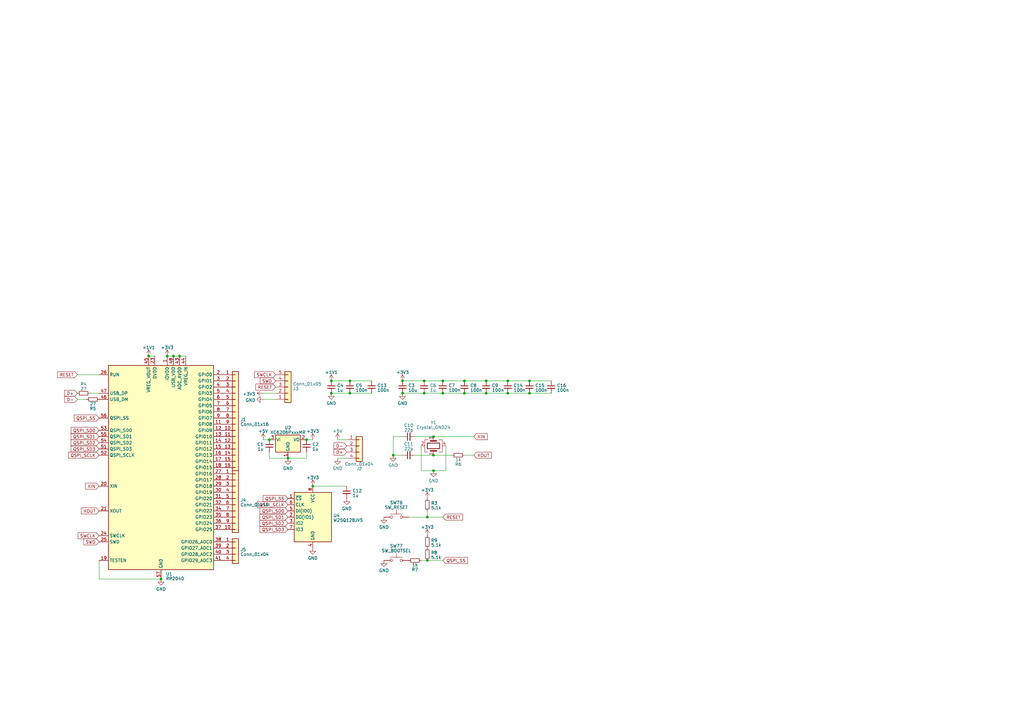
<source format=kicad_sch>
(kicad_sch (version 20230121) (generator eeschema)
  (paper "A3")
  (lib_symbols
    (symbol "Connector_Generic:Conn_01x04" (pin_names (offset 1.016) hide)
      (property "Reference" "J" (at 0 5.08 0))
      (property "Value" "Conn_01x04" (at 0 -7.62 0))
      (symbol "Conn_01x04_1_1"
        (rectangle (start -1.27 -4.953) (end 0 -5.207) (stroke (width 0.1524)))
        (rectangle (start -1.27 -2.413) (end 0 -2.667) (stroke (width 0.1524)))
        (rectangle (start -1.27 0.127) (end 0 -0.127) (stroke (width 0.1524)))
        (rectangle (start -1.27 2.667) (end 0 2.413) (stroke (width 0.1524)))
        (rectangle (start -1.27 3.81) (end 1.27 -6.35) (stroke (width 0.254)) (fill (type background)))
        (pin passive line (at -5.08 2.54 0) (length 3.81) (name "Pin_1") (number "1"))
        (pin passive line (at -5.08 0 0) (length 3.81) (name "Pin_2") (number "2"))
        (pin passive line (at -5.08 -2.54 0) (length 3.81) (name "Pin_3") (number "3"))
        (pin passive line (at -5.08 -5.08 0) (length 3.81) (name "Pin_4") (number "4"))
      )
    )
    (symbol "Connector_Generic:Conn_01x05" (pin_names (offset 1.016) hide)
      (property "Reference" "J" (at 0 7.62 0))
      (property "Value" "Conn_01x05" (at 0 -7.62 0))
      (symbol "Conn_01x05_1_1"
        (rectangle (start -1.27 -4.953) (end 0 -5.207) (stroke (width 0.1524)))
        (rectangle (start -1.27 -2.413) (end 0 -2.667) (stroke (width 0.1524)))
        (rectangle (start -1.27 0.127) (end 0 -0.127) (stroke (width 0.1524)))
        (rectangle (start -1.27 2.667) (end 0 2.413) (stroke (width 0.1524)))
        (rectangle (start -1.27 5.207) (end 0 4.953) (stroke (width 0.1524)))
        (rectangle (start -1.27 6.35) (end 1.27 -6.35) (stroke (width 0.254)) (fill (type background)))
        (pin passive line (at -5.08 5.08 0) (length 3.81) (name "Pin_1") (number "1"))
        (pin passive line (at -5.08 2.54 0) (length 3.81) (name "Pin_2") (number "2"))
        (pin passive line (at -5.08 0 0) (length 3.81) (name "Pin_3") (number "3"))
        (pin passive line (at -5.08 -2.54 0) (length 3.81) (name "Pin_4") (number "4"))
        (pin passive line (at -5.08 -5.08 0) (length 3.81) (name "Pin_5") (number "5"))
      )
    )
    (symbol "Connector_Generic:Conn_01x10" (pin_names (offset 1.016) hide)
      (property "Reference" "J" (at 0 12.7 0))
      (property "Value" "Conn_01x10" (at 0 -15.24 0))
      (symbol "Conn_01x10_1_1"
        (rectangle (start -1.27 -12.573) (end 0 -12.827) (stroke (width 0.1524)))
        (rectangle (start -1.27 -10.033) (end 0 -10.287) (stroke (width 0.1524)))
        (rectangle (start -1.27 -7.493) (end 0 -7.747) (stroke (width 0.1524)))
        (rectangle (start -1.27 -4.953) (end 0 -5.207) (stroke (width 0.1524)))
        (rectangle (start -1.27 -2.413) (end 0 -2.667) (stroke (width 0.1524)))
        (rectangle (start -1.27 0.127) (end 0 -0.127) (stroke (width 0.1524)))
        (rectangle (start -1.27 2.667) (end 0 2.413) (stroke (width 0.1524)))
        (rectangle (start -1.27 5.207) (end 0 4.953) (stroke (width 0.1524)))
        (rectangle (start -1.27 7.747) (end 0 7.493) (stroke (width 0.1524)))
        (rectangle (start -1.27 10.287) (end 0 10.033) (stroke (width 0.1524)))
        (rectangle (start -1.27 11.43) (end 1.27 -13.97) (stroke (width 0.254)) (fill (type background)))
        (pin passive line (at -5.08 10.16 0) (length 3.81) (name "Pin_1") (number "1"))
        (pin passive line (at -5.08 -12.7 0) (length 3.81) (name "Pin_10") (number "10"))
        (pin passive line (at -5.08 7.62 0) (length 3.81) (name "Pin_2") (number "2"))
        (pin passive line (at -5.08 5.08 0) (length 3.81) (name "Pin_3") (number "3"))
        (pin passive line (at -5.08 2.54 0) (length 3.81) (name "Pin_4") (number "4"))
        (pin passive line (at -5.08 0 0) (length 3.81) (name "Pin_5") (number "5"))
        (pin passive line (at -5.08 -2.54 0) (length 3.81) (name "Pin_6") (number "6"))
        (pin passive line (at -5.08 -5.08 0) (length 3.81) (name "Pin_7") (number "7"))
        (pin passive line (at -5.08 -7.62 0) (length 3.81) (name "Pin_8") (number "8"))
        (pin passive line (at -5.08 -10.16 0) (length 3.81) (name "Pin_9") (number "9"))
      )
    )
    (symbol "Connector_Generic:Conn_01x16" (pin_names (offset 1.016) hide)
      (property "Reference" "J" (at 0 20.32 0))
      (property "Value" "Conn_01x16" (at 0 -22.86 0))
      (symbol "Conn_01x16_1_1"
        (rectangle (start -1.27 -20.193) (end 0 -20.447) (stroke (width 0.1524)))
        (rectangle (start -1.27 -17.653) (end 0 -17.907) (stroke (width 0.1524)))
        (rectangle (start -1.27 -15.113) (end 0 -15.367) (stroke (width 0.1524)))
        (rectangle (start -1.27 -12.573) (end 0 -12.827) (stroke (width 0.1524)))
        (rectangle (start -1.27 -10.033) (end 0 -10.287) (stroke (width 0.1524)))
        (rectangle (start -1.27 -7.493) (end 0 -7.747) (stroke (width 0.1524)))
        (rectangle (start -1.27 -4.953) (end 0 -5.207) (stroke (width 0.1524)))
        (rectangle (start -1.27 -2.413) (end 0 -2.667) (stroke (width 0.1524)))
        (rectangle (start -1.27 0.127) (end 0 -0.127) (stroke (width 0.1524)))
        (rectangle (start -1.27 2.667) (end 0 2.413) (stroke (width 0.1524)))
        (rectangle (start -1.27 5.207) (end 0 4.953) (stroke (width 0.1524)))
        (rectangle (start -1.27 7.747) (end 0 7.493) (stroke (width 0.1524)))
        (rectangle (start -1.27 10.287) (end 0 10.033) (stroke (width 0.1524)))
        (rectangle (start -1.27 12.827) (end 0 12.573) (stroke (width 0.1524)))
        (rectangle (start -1.27 15.367) (end 0 15.113) (stroke (width 0.1524)))
        (rectangle (start -1.27 17.907) (end 0 17.653) (stroke (width 0.1524)))
        (rectangle (start -1.27 19.05) (end 1.27 -21.59) (stroke (width 0.254)) (fill (type background)))
        (pin passive line (at -5.08 17.78 0) (length 3.81) (name "Pin_1") (number "1"))
        (pin passive line (at -5.08 -5.08 0) (length 3.81) (name "Pin_10") (number "10"))
        (pin passive line (at -5.08 -7.62 0) (length 3.81) (name "Pin_11") (number "11"))
        (pin passive line (at -5.08 -10.16 0) (length 3.81) (name "Pin_12") (number "12"))
        (pin passive line (at -5.08 -12.7 0) (length 3.81) (name "Pin_13") (number "13"))
        (pin passive line (at -5.08 -15.24 0) (length 3.81) (name "Pin_14") (number "14"))
        (pin passive line (at -5.08 -17.78 0) (length 3.81) (name "Pin_15") (number "15"))
        (pin passive line (at -5.08 -20.32 0) (length 3.81) (name "Pin_16") (number "16"))
        (pin passive line (at -5.08 15.24 0) (length 3.81) (name "Pin_2") (number "2"))
        (pin passive line (at -5.08 12.7 0) (length 3.81) (name "Pin_3") (number "3"))
        (pin passive line (at -5.08 10.16 0) (length 3.81) (name "Pin_4") (number "4"))
        (pin passive line (at -5.08 7.62 0) (length 3.81) (name "Pin_5") (number "5"))
        (pin passive line (at -5.08 5.08 0) (length 3.81) (name "Pin_6") (number "6"))
        (pin passive line (at -5.08 2.54 0) (length 3.81) (name "Pin_7") (number "7"))
        (pin passive line (at -5.08 0 0) (length 3.81) (name "Pin_8") (number "8"))
        (pin passive line (at -5.08 -2.54 0) (length 3.81) (name "Pin_9") (number "9"))
      )
    )
    (symbol "Device:C_Small" (pin_numbers hide) (pin_names (offset 0.254) hide)
      (property "Reference" "C" (at 0.254 1.778 0))
      (property "Value" "C_Small" (at 0.254 -2.032 0))
      (symbol "C_Small_0_1"
        (polyline (pts (xy -1.524 -0.508) (xy 1.524 -0.508)) (stroke (width 0.3302)))
        (polyline (pts (xy -1.524 0.508) (xy 1.524 0.508)) (stroke (width 0.3048)))
      )
      (symbol "C_Small_1_1"
        (pin passive line (at 0 2.54 270) (length 2.032) (name "~") (number "1"))
        (pin passive line (at 0 -2.54 90) (length 2.032) (name "~") (number "2"))
      )
    )
    (symbol "Device:Crystal_GND24" (pin_names (offset 1.016) hide)
      (property "Reference" "Y" (at 3.175 5.08 0))
      (property "Value" "Crystal_GND24" (at 3.175 3.175 0))
      (symbol "Crystal_GND24_0_1"
        (rectangle (start -1.143 2.54) (end 1.143 -2.54) (stroke (width 0.3048)))
        (polyline (pts (xy -2.54 0) (xy -2.032 0)))
        (polyline (pts (xy -2.032 -1.27) (xy -2.032 1.27)) (stroke (width 0.508)))
        (polyline (pts (xy 0 -3.81) (xy 0 -3.556)))
        (polyline (pts (xy 0 3.556) (xy 0 3.81)))
        (polyline (pts (xy 2.032 -1.27) (xy 2.032 1.27)) (stroke (width 0.508)))
        (polyline (pts (xy 2.032 0) (xy 2.54 0)))
        (polyline (pts (xy -2.54 -2.286) (xy -2.54 -3.556) (xy 2.54 -3.556) (xy 2.54 -2.286)))
        (polyline (pts (xy -2.54 2.286) (xy -2.54 3.556) (xy 2.54 3.556) (xy 2.54 2.286)))
      )
      (symbol "Crystal_GND24_1_1"
        (pin passive line (at -3.81 0 0) (length 1.27) (name "1") (number "1"))
        (pin passive line (at 0 5.08 270) (length 1.27) (name "2") (number "2"))
        (pin passive line (at 3.81 0 180) (length 1.27) (name "3") (number "3"))
        (pin passive line (at 0 -5.08 90) (length 1.27) (name "4") (number "4"))
      )
    )
    (symbol "Device:R_Small" (pin_numbers hide) (pin_names (offset 0.254) hide)
      (property "Reference" "R" (at 0.762 0.508 0))
      (property "Value" "R_Small" (at 0.762 -1.016 0))
      (symbol "R_Small_0_1"
        (rectangle (start -0.762 1.778) (end 0.762 -1.778) (stroke (width 0.2032)))
      )
      (symbol "R_Small_1_1"
        (pin passive line (at 0 2.54 270) (length 0.762) (name "~") (number "1"))
        (pin passive line (at 0 -2.54 90) (length 0.762) (name "~") (number "2"))
      )
    )
    (symbol "MCU_RaspberryPi:RP2040"
      (property "Reference" "U" (at 17.78 45.72 0))
      (property "Value" "RP2040" (at 17.78 43.18 0))
      (symbol "RP2040_0_1"
        (rectangle (start -21.59 41.91) (end 21.59 -41.91) (stroke (width 0.254)) (fill (type background)))
      )
      (symbol "RP2040_1_1"
        (pin power_in line (at 2.54 45.72 270) (length 3.81) (name "IOVDD") (number "1"))
        (pin passive line (at 2.54 45.72 270) (length 3.81) hide (name "IOVDD") (number "10"))
        (pin bidirectional line (at 25.4 17.78 180) (length 3.81) (name "GPIO8") (number "11"))
        (pin bidirectional line (at 25.4 15.24 180) (length 3.81) (name "GPIO9") (number "12"))
        (pin bidirectional line (at 25.4 12.7 180) (length 3.81) (name "GPIO10") (number "13"))
        (pin bidirectional line (at 25.4 10.16 180) (length 3.81) (name "GPIO11") (number "14"))
        (pin bidirectional line (at 25.4 7.62 180) (length 3.81) (name "GPIO12") (number "15"))
        (pin bidirectional line (at 25.4 5.08 180) (length 3.81) (name "GPIO13") (number "16"))
        (pin bidirectional line (at 25.4 2.54 180) (length 3.81) (name "GPIO14") (number "17"))
        (pin bidirectional line (at 25.4 0 180) (length 3.81) (name "GPIO15") (number "18"))
        (pin input line (at -25.4 -38.1 0) (length 3.81) (name "TESTEN") (number "19"))
        (pin bidirectional line (at 25.4 38.1 180) (length 3.81) (name "GPIO0") (number "2"))
        (pin input line (at -25.4 -7.62 0) (length 3.81) (name "XIN") (number "20"))
        (pin passive line (at -25.4 -17.78 0) (length 3.81) (name "XOUT") (number "21"))
        (pin passive line (at 2.54 45.72 270) (length 3.81) hide (name "IOVDD") (number "22"))
        (pin power_in line (at -2.54 45.72 270) (length 3.81) (name "DVDD") (number "23"))
        (pin input line (at -25.4 -27.94 0) (length 3.81) (name "SWCLK") (number "24"))
        (pin bidirectional line (at -25.4 -30.48 0) (length 3.81) (name "SWD") (number "25"))
        (pin input line (at -25.4 38.1 0) (length 3.81) (name "RUN") (number "26"))
        (pin bidirectional line (at 25.4 -2.54 180) (length 3.81) (name "GPIO16") (number "27"))
        (pin bidirectional line (at 25.4 -5.08 180) (length 3.81) (name "GPIO17") (number "28"))
        (pin bidirectional line (at 25.4 -7.62 180) (length 3.81) (name "GPIO18") (number "29"))
        (pin bidirectional line (at 25.4 35.56 180) (length 3.81) (name "GPIO1") (number "3"))
        (pin bidirectional line (at 25.4 -10.16 180) (length 3.81) (name "GPIO19") (number "30"))
        (pin bidirectional line (at 25.4 -12.7 180) (length 3.81) (name "GPIO20") (number "31"))
        (pin bidirectional line (at 25.4 -15.24 180) (length 3.81) (name "GPIO21") (number "32"))
        (pin passive line (at 2.54 45.72 270) (length 3.81) hide (name "IOVDD") (number "33"))
        (pin bidirectional line (at 25.4 -17.78 180) (length 3.81) (name "GPIO22") (number "34"))
        (pin bidirectional line (at 25.4 -20.32 180) (length 3.81) (name "GPIO23") (number "35"))
        (pin bidirectional line (at 25.4 -22.86 180) (length 3.81) (name "GPIO24") (number "36"))
        (pin bidirectional line (at 25.4 -25.4 180) (length 3.81) (name "GPIO25") (number "37"))
        (pin bidirectional line (at 25.4 -30.48 180) (length 3.81) (name "GPIO26_ADC0") (number "38"))
        (pin bidirectional line (at 25.4 -33.02 180) (length 3.81) (name "GPIO27_ADC1") (number "39"))
        (pin bidirectional line (at 25.4 33.02 180) (length 3.81) (name "GPIO2") (number "4"))
        (pin bidirectional line (at 25.4 -35.56 180) (length 3.81) (name "GPIO28_ADC2") (number "40"))
        (pin bidirectional line (at 25.4 -38.1 180) (length 3.81) (name "GPIO29_ADC3") (number "41"))
        (pin passive line (at 2.54 45.72 270) (length 3.81) hide (name "IOVDD") (number "42"))
        (pin power_in line (at 7.62 45.72 270) (length 3.81) (name "ADC_AVDD") (number "43"))
        (pin power_in line (at 10.16 45.72 270) (length 3.81) (name "VREG_IN") (number "44"))
        (pin power_out line (at -5.08 45.72 270) (length 3.81) (name "VREG_VOUT") (number "45"))
        (pin bidirectional line (at -25.4 27.94 0) (length 3.81) (name "USB_DM") (number "46"))
        (pin bidirectional line (at -25.4 30.48 0) (length 3.81) (name "USB_DP") (number "47"))
        (pin power_in line (at 5.08 45.72 270) (length 3.81) (name "USB_VDD") (number "48"))
        (pin passive line (at 2.54 45.72 270) (length 3.81) hide (name "IOVDD") (number "49"))
        (pin bidirectional line (at 25.4 30.48 180) (length 3.81) (name "GPIO3") (number "5"))
        (pin passive line (at -2.54 45.72 270) (length 3.81) hide (name "DVDD") (number "50"))
        (pin bidirectional line (at -25.4 7.62 0) (length 3.81) (name "QSPI_SD3") (number "51"))
        (pin output line (at -25.4 5.08 0) (length 3.81) (name "QSPI_SCLK") (number "52"))
        (pin bidirectional line (at -25.4 15.24 0) (length 3.81) (name "QSPI_SD0") (number "53"))
        (pin bidirectional line (at -25.4 10.16 0) (length 3.81) (name "QSPI_SD2") (number "54"))
        (pin bidirectional line (at -25.4 12.7 0) (length 3.81) (name "QSPI_SD1") (number "55"))
        (pin bidirectional line (at -25.4 20.32 0) (length 3.81) (name "QSPI_SS") (number "56"))
        (pin power_in line (at 0 -45.72 90) (length 3.81) (name "GND") (number "57"))
        (pin bidirectional line (at 25.4 27.94 180) (length 3.81) (name "GPIO4") (number "6"))
        (pin bidirectional line (at 25.4 25.4 180) (length 3.81) (name "GPIO5") (number "7"))
        (pin bidirectional line (at 25.4 22.86 180) (length 3.81) (name "GPIO6") (number "8"))
        (pin bidirectional line (at 25.4 20.32 180) (length 3.81) (name "GPIO7") (number "9"))
      )
    )
    (symbol "Memory_Flash:W25Q128JVS"
      (property "Reference" "U" (at -8.89 8.89 0))
      (property "Value" "W25Q128JVS" (at 7.62 8.89 0))
      (symbol "W25Q128JVS_0_1"
        (rectangle (start -7.62 10.16) (end 7.62 -10.16) (stroke (width 0.254)) (fill (type background)))
      )
      (symbol "W25Q128JVS_1_1"
        (pin input line (at -10.16 7.62 0) (length 2.54) (name "~{CS}") (number "1"))
        (pin bidirectional line (at -10.16 0 0) (length 2.54) (name "DO(IO1)") (number "2"))
        (pin bidirectional line (at -10.16 -2.54 0) (length 2.54) (name "IO2") (number "3"))
        (pin power_in line (at 0 -12.7 90) (length 2.54) (name "GND") (number "4"))
        (pin bidirectional line (at -10.16 2.54 0) (length 2.54) (name "DI(IO0)") (number "5"))
        (pin input line (at -10.16 5.08 0) (length 2.54) (name "CLK") (number "6"))
        (pin bidirectional line (at -10.16 -5.08 0) (length 2.54) (name "IO3") (number "7"))
        (pin power_in line (at 0 12.7 270) (length 2.54) (name "VCC") (number "8"))
      )
    )
    (symbol "Regulator_Linear:XC6206PxxxMR" (pin_names (offset 0.254))
      (property "Reference" "U" (at -3.81 3.175 0))
      (property "Value" "XC6206PxxxMR" (at 0 3.175 0))
      (symbol "XC6206PxxxMR_0_1"
        (rectangle (start -5.08 1.905) (end 5.08 -5.08) (stroke (width 0.254)) (fill (type background)))
      )
      (symbol "XC6206PxxxMR_1_1"
        (pin power_in line (at 0 -7.62 90) (length 2.54) (name "GND") (number "1"))
        (pin power_out line (at 7.62 0 180) (length 2.54) (name "VO") (number "2"))
        (pin power_in line (at -7.62 0 0) (length 2.54) (name "VI") (number "3"))
      )
    )
    (symbol "Switch:SW_Push" (pin_numbers hide) (pin_names (offset 1.016) hide)
      (property "Reference" "SW" (at 1.27 2.54 0))
      (property "Value" "SW_Push" (at 0 -1.524 0))
      (symbol "SW_Push_0_1"
        (circle (center -2.032 0) (radius 0.508))
        (polyline (pts (xy 0 1.27) (xy 0 3.048)))
        (polyline (pts (xy 2.54 1.27) (xy -2.54 1.27)))
        (circle (center 2.032 0) (radius 0.508))
        (pin passive line (at -5.08 0 0) (length 2.54) (name "1") (number "1"))
        (pin passive line (at 5.08 0 180) (length 2.54) (name "2") (number "2"))
      )
    )
    (symbol "power:+1V1" (power) (pin_names (offset 0))
      (property "Value" "+1V1" (at 0 3.556 0))
      (symbol "+1V1_0_1"
        (polyline (pts (xy -0.762 1.27) (xy 0 2.54)))
        (polyline (pts (xy 0 0) (xy 0 2.54)))
        (polyline (pts (xy 0 2.54) (xy 0.762 1.27)))
      )
      (symbol "+1V1_1_1"
        (pin power_in line (at 0 0 90) (length 0) hide (name "+1V1") (number "1"))
      )
    )
    (symbol "power:+3V3" (power) (pin_names (offset 0))
      (property "Value" "+3V3" (at 0 3.556 0))
      (symbol "+3V3_0_1"
        (polyline (pts (xy -0.762 1.27) (xy 0 2.54)))
        (polyline (pts (xy 0 0) (xy 0 2.54)))
        (polyline (pts (xy 0 2.54) (xy 0.762 1.27)))
      )
      (symbol "+3V3_1_1"
        (pin power_in line (at 0 0 90) (length 0) hide (name "+3V3") (number "1"))
      )
    )
    (symbol "power:+5V" (power) (pin_names (offset 0))
      (property "Value" "+5V" (at 0 3.556 0))
      (symbol "+5V_0_1"
        (polyline (pts (xy -0.762 1.27) (xy 0 2.54)))
        (polyline (pts (xy 0 0) (xy 0 2.54)))
        (polyline (pts (xy 0 2.54) (xy 0.762 1.27)))
      )
      (symbol "+5V_1_1"
        (pin power_in line (at 0 0 90) (length 0) hide (name "+5V") (number "1"))
      )
    )
    (symbol "power:GND" (power) (pin_names (offset 0))
      (property "Value" "GND" (at 0 -3.81 0))
      (symbol "GND_0_1"
        (polyline (pts (xy 0 0) (xy 0 -1.27) (xy 1.27 -1.27) (xy 0 -2.54) (xy -1.27 -1.27) (xy 0 -1.27)))
      )
      (symbol "GND_1_1"
        (pin power_in line (at 0 0 270) (length 0) hide (name "GND") (number "1"))
      )
    )
  )
  (junction (at 177.8 179.07))
  (junction (at 199.39 156.21))
  (junction (at 73.66 146.05))
  (junction (at 175.26 229.87))
  (junction (at 165.1 161.29))
  (junction (at 177.8 193.04))
  (junction (at 208.28 161.29))
  (junction (at 190.5 156.21))
  (junction (at 135.89 156.21))
  (junction (at 181.61 156.21))
  (junction (at 66.04 237.49))
  (junction (at 135.89 161.29))
  (junction (at 128.27 199.39))
  (junction (at 71.12 146.05))
  (junction (at 175.26 212.09))
  (junction (at 181.61 161.29))
  (junction (at 143.51 156.21))
  (junction (at 161.29 186.69))
  (junction (at 208.28 156.21))
  (junction (at 110.49 180.34))
  (junction (at 199.39 161.29))
  (junction (at 118.11 187.96))
  (junction (at 143.51 161.29))
  (junction (at 68.58 146.05))
  (junction (at 60.96 146.05))
  (junction (at 173.99 156.21))
  (junction (at 173.99 161.29))
  (junction (at 217.17 161.29))
  (junction (at 177.8 186.69))
  (junction (at 165.1 156.21))
  (junction (at 217.17 156.21))
  (junction (at 190.5 161.29))
  (junction (at 125.73 180.34))
  (wire (pts (xy 138.43 180.34) (xy 142.24 180.34)))
  (wire (pts (xy 181.61 212.09) (xy 175.26 212.09)))
  (wire (pts (xy 182.88 182.88) (xy 182.88 193.04)))
  (wire (pts (xy 199.39 156.21) (xy 208.28 156.21)))
  (wire (pts (xy 31.75 163.83) (xy 35.56 163.83)))
  (wire (pts (xy 194.31 186.69) (xy 190.5 186.69)))
  (wire (pts (xy 173.99 156.21) (xy 181.61 156.21)))
  (wire (pts (xy 175.26 229.87) (xy 181.61 229.87)))
  (wire (pts (xy 143.51 156.21) (xy 152.4 156.21)))
  (wire (pts (xy 40.64 237.49) (xy 66.04 237.49)))
  (wire (pts (xy 177.8 186.69) (xy 185.42 186.69)))
  (wire (pts (xy 161.29 179.07) (xy 161.29 186.69)))
  (wire (pts (xy 177.8 193.04) (xy 182.88 193.04)))
  (wire (pts (xy 167.64 212.09) (xy 175.26 212.09)))
  (wire (pts (xy 181.61 156.21) (xy 190.5 156.21)))
  (wire (pts (xy 165.1 161.29) (xy 173.99 161.29)))
  (wire (pts (xy 36.83 161.29) (xy 40.64 161.29)))
  (wire (pts (xy 142.24 199.39) (xy 128.27 199.39)))
  (wire (pts (xy 181.61 161.29) (xy 190.5 161.29)))
  (wire (pts (xy 217.17 161.29) (xy 226.06 161.29)))
  (wire (pts (xy 161.29 179.07) (xy 165.1 179.07)))
  (wire (pts (xy 135.89 161.29) (xy 143.51 161.29)))
  (wire (pts (xy 170.18 179.07) (xy 177.8 179.07)))
  (wire (pts (xy 161.29 186.69) (xy 165.1 186.69)))
  (wire (pts (xy 170.18 186.69) (xy 177.8 186.69)))
  (wire (pts (xy 177.8 179.07) (xy 194.31 179.07)))
  (wire (pts (xy 125.73 180.34) (xy 128.27 180.34)))
  (wire (pts (xy 199.39 161.29) (xy 208.28 161.29)))
  (wire (pts (xy 190.5 161.29) (xy 199.39 161.29)))
  (wire (pts (xy 177.8 193.04) (xy 172.72 193.04)))
  (wire (pts (xy 173.99 161.29) (xy 181.61 161.29)))
  (wire (pts (xy 60.96 146.05) (xy 63.5 146.05)))
  (wire (pts (xy 71.12 146.05) (xy 73.66 146.05)))
  (wire (pts (xy 138.43 187.96) (xy 142.24 187.96)))
  (wire (pts (xy 190.5 156.21) (xy 199.39 156.21)))
  (wire (pts (xy 40.64 229.87) (xy 40.64 237.49)))
  (wire (pts (xy 172.72 193.04) (xy 172.72 182.88)))
  (wire (pts (xy 125.73 187.96) (xy 125.73 185.42)))
  (wire (pts (xy 175.26 229.87) (xy 172.72 229.87)))
  (wire (pts (xy 208.28 161.29) (xy 217.17 161.29)))
  (wire (pts (xy 107.95 161.29) (xy 113.03 161.29)))
  (wire (pts (xy 107.95 180.34) (xy 110.49 180.34)))
  (wire (pts (xy 143.51 161.29) (xy 152.4 161.29)))
  (wire (pts (xy 73.66 146.05) (xy 76.2 146.05)))
  (wire (pts (xy 110.49 187.96) (xy 118.11 187.96)))
  (wire (pts (xy 40.64 153.67) (xy 31.75 153.67)))
  (wire (pts (xy 208.28 156.21) (xy 217.17 156.21)))
  (wire (pts (xy 175.26 209.55) (xy 175.26 212.09)))
  (wire (pts (xy 165.1 156.21) (xy 173.99 156.21)))
  (wire (pts (xy 118.11 187.96) (xy 125.73 187.96)))
  (wire (pts (xy 110.49 185.42) (xy 110.49 187.96)))
  (wire (pts (xy 107.95 163.83) (xy 113.03 163.83)))
  (wire (pts (xy 135.89 156.21) (xy 143.51 156.21)))
  (wire (pts (xy 68.58 146.05) (xy 71.12 146.05)))
  (wire (pts (xy 217.17 156.21) (xy 226.06 156.21)))
  (global_label "D+" (shape input) (at 31.75 161.29 180) (property "Intersheetrefs" "${INTERSHEET_REFS}" (effects hide)))
  (global_label "D-" (shape input) (at 142.24 182.88 180) (property "Intersheetrefs" "${INTERSHEET_REFS}" (effects hide)))
  (global_label "D+" (shape input) (at 142.24 185.42 180) (property "Intersheetrefs" "${INTERSHEET_REFS}" (effects hide)))
  (global_label "QSPI_SD1" (shape input) (at 118.11 212.09 180) (property "Intersheetrefs" "${INTERSHEET_REFS}" (effects hide)))
  (global_label "QSPI_SCLK" (shape input) (at 118.11 207.01 180) (property "Intersheetrefs" "${INTERSHEET_REFS}" (effects hide)))
  (global_label "QSPI_SS" (shape input) (at 118.11 204.47 180) (property "Intersheetrefs" "${INTERSHEET_REFS}" (effects hide)))
  (global_label "XIN" (shape input) (at 40.64 199.39 180) (property "Intersheetrefs" "${INTERSHEET_REFS}" (effects hide)))
  (global_label "QSPI_SS" (shape input) (at 181.61 229.87 0) (property "Intersheetrefs" "${INTERSHEET_REFS}" (effects hide)))
  (global_label "SWD" (shape input) (at 113.03 156.21 180) (property "Intersheetrefs" "${INTERSHEET_REFS}" (effects hide)))
  (global_label "D-" (shape input) (at 31.75 163.83 180) (property "Intersheetrefs" "${INTERSHEET_REFS}" (effects hide)))
  (global_label "SWCLK" (shape input) (at 113.03 153.67 180) (property "Intersheetrefs" "${INTERSHEET_REFS}" (effects hide)))
  (global_label "XOUT" (shape input) (at 194.31 186.69 0) (property "Intersheetrefs" "${INTERSHEET_REFS}" (effects hide)))
  (global_label "RESET" (shape input) (at 113.03 158.75 180) (property "Intersheetrefs" "${INTERSHEET_REFS}" (effects hide)))
  (global_label "QSPI_SS" (shape input) (at 40.64 171.45 180) (property "Intersheetrefs" "${INTERSHEET_REFS}" (effects hide)))
  (global_label "QSPI_SCLK" (shape input) (at 40.64 186.69 180) (property "Intersheetrefs" "${INTERSHEET_REFS}" (effects hide)))
  (global_label "QSPI_SD2" (shape input) (at 118.11 214.63 180) (property "Intersheetrefs" "${INTERSHEET_REFS}" (effects hide)))
  (global_label "QSPI_SD0" (shape input) (at 40.64 176.53 180) (property "Intersheetrefs" "${INTERSHEET_REFS}" (effects hide)))
  (global_label "QSPI_SD3" (shape input) (at 40.64 184.15 180) (property "Intersheetrefs" "${INTERSHEET_REFS}" (effects hide)))
  (global_label "XIN" (shape input) (at 194.31 179.07 0) (property "Intersheetrefs" "${INTERSHEET_REFS}" (effects hide)))
  (global_label "QSPI_SD2" (shape input) (at 40.64 181.61 180) (property "Intersheetrefs" "${INTERSHEET_REFS}" (effects hide)))
  (global_label "RESET" (shape input) (at 31.75 153.67 180) (property "Intersheetrefs" "${INTERSHEET_REFS}" (effects hide)))
  (global_label "QSPI_SD0" (shape input) (at 118.11 209.55 180) (property "Intersheetrefs" "${INTERSHEET_REFS}" (effects hide)))
  (global_label "SWCLK" (shape input) (at 40.64 219.71 180) (property "Intersheetrefs" "${INTERSHEET_REFS}" (effects hide)))
  (global_label "SWD" (shape input) (at 40.64 222.25 180) (property "Intersheetrefs" "${INTERSHEET_REFS}" (effects hide)))
  (global_label "QSPI_SD1" (shape input) (at 40.64 179.07 180) (property "Intersheetrefs" "${INTERSHEET_REFS}" (effects hide)))
  (global_label "XOUT" (shape input) (at 40.64 209.55 180) (property "Intersheetrefs" "${INTERSHEET_REFS}" (effects hide)))
  (global_label "QSPI_SD3" (shape input) (at 118.11 217.17 180) (property "Intersheetrefs" "${INTERSHEET_REFS}" (effects hide)))
  (global_label "RESET" (shape input) (at 181.61 212.09 0) (property "Intersheetrefs" "${INTERSHEET_REFS}" (effects hide)))
  (symbol (lib_id "Device:C_Small") (at 173.99 158.75 0) (unit 1)
    (property "Reference" "C6" (at 176.3141 158.1126 0) (effects (justify left)))
    (property "Value" "1u" (at 176.3141 160.0336 0) (effects (justify left)))
    (property "Footprint" "Capacitor_SMD:C_0402_1005Metric" (effects hide))
  )
  (symbol (lib_id "Device:R_Small") (at 175.26 207.01 180) (unit 1)
    (property "Reference" "R3" (at 176.7586 206.3663 0) (effects (justify right)))
    (property "Value" "5.1k" (at 176.7586 208.2873 0) (effects (justify right)))
    (property "Footprint" "Resistor_SMD:R_0402_1005Metric" (effects hide))
  )
  (symbol (lib_id "power:+5V") (at 107.95 180.34 0) (unit 1)
    (property "Reference" "#PWR012" (effects hide))
    (property "Value" "+5V" (at 107.95 176.8381 0))
  )
  (symbol (lib_id "power:GND") (at 135.89 161.29 0) (unit 1)
    (property "Reference" "#PWR025" (effects hide))
    (property "Value" "GND" (at 135.89 165.4255 0))
  )
  (symbol (lib_id "Regulator_Linear:XC6206PxxxMR") (at 118.11 180.34 0) (unit 1)
    (property "Reference" "U2" (at 118.11 175.4251 0))
    (property "Value" "XC6206PxxxMR" (at 118.11 177.3461 0))
    (property "Footprint" "Package_TO_SOT_SMD:SOT-23-3" (effects hide))
    (property "Datasheet" "https://www.torexsemi.com/file/xc6206/XC6206.pdf" (effects hide))
  )
  (symbol (lib_id "Device:C_Small") (at 167.64 179.07 90) (unit 1)
    (property "Reference" "C10" (at 167.6463 174.498 90))
    (property "Value" "22p" (at 167.6463 176.419 90))
    (property "Footprint" "Capacitor_SMD:C_0402_1005Metric" (effects hide))
  )
  (symbol (lib_id "Device:C_Small") (at 226.06 158.75 0) (unit 1)
    (property "Reference" "C16" (at 228.3841 158.1126 0) (effects (justify left)))
    (property "Value" "100n" (at 228.3841 160.0336 0) (effects (justify left)))
    (property "Footprint" "Capacitor_SMD:C_0402_1005Metric" (effects hide))
  )
  (symbol (lib_id "power:+3V3") (at 175.26 204.47 0) (unit 1)
    (property "Reference" "#PWR027" (effects hide))
    (property "Value" "+3V3" (at 175.26 200.9681 0))
  )
  (symbol (lib_id "power:+3V3") (at 68.58 146.05 0) (unit 1)
    (property "Reference" "#PWR020" (effects hide))
    (property "Value" "+3V3" (at 68.58 142.5481 0))
  )
  (symbol (lib_id "power:+3V3") (at 165.1 156.21 0) (unit 1)
    (property "Reference" "#PWR024" (effects hide))
    (property "Value" "+3V3" (at 165.1 152.7081 0))
  )
  (symbol (lib_id "power:GND") (at 128.27 224.79 0) (unit 1)
    (property "Reference" "#PWR038" (effects hide))
    (property "Value" "GND" (at 128.27 228.9255 0))
  )
  (symbol (lib_id "Device:R_Small") (at 34.29 161.29 90) (unit 1)
    (property "Reference" "R4" (at 34.29 157.5435 90))
    (property "Value" "27" (at 34.29 159.4645 90))
    (property "Footprint" "Resistor_SMD:R_0402_1005Metric" (effects hide))
  )
  (symbol (lib_id "Device:C_Small") (at 135.89 158.75 0) (unit 1)
    (property "Reference" "C4" (at 138.2141 158.1126 0) (effects (justify left)))
    (property "Value" "1u" (at 138.2141 160.0336 0) (effects (justify left)))
    (property "Footprint" "Capacitor_SMD:C_0402_1005Metric" (effects hide))
  )
  (symbol (lib_id "Device:C_Small") (at 165.1 158.75 0) (unit 1)
    (property "Reference" "C3" (at 167.4241 158.1126 0) (effects (justify left)))
    (property "Value" "10u" (at 167.4241 160.0336 0) (effects (justify left)))
    (property "Footprint" "Capacitor_SMD:C_0603_1608Metric" (effects hide))
  )
  (symbol (lib_id "power:+1V1") (at 60.96 146.05 0) (unit 1)
    (property "Reference" "#PWR021" (effects hide))
    (property "Value" "+1V1" (at 60.96 142.5481 0))
  )
  (symbol (lib_id "Connector_Generic:Conn_01x04") (at 147.32 182.88 0) (unit 1)
    (property "Reference" "J2" (at 147.32 192.2399 0))
    (property "Value" "Conn_01x04" (at 147.32 190.3189 0))
    (property "Footprint" "Connector_Molex:Molex_Pico-EZmate_78171-0004_1x04-1MP_P1.20mm_Vertical" (effects hide))
  )
  (symbol (lib_id "power:GND") (at 107.95 163.83 270) (unit 1)
    (property "Reference" "#PWR030" (effects hide))
    (property "Value" "GND" (at 104.7751 164.1468 90) (effects (justify right)))
  )
  (symbol (lib_id "power:+3V3") (at 175.26 219.71 0) (unit 1)
    (property "Reference" "#PWR036" (effects hide))
    (property "Value" "+3V3" (at 175.26 216.2081 0))
  )
  (symbol (lib_id "Device:R_Small") (at 175.26 227.33 180) (unit 1)
    (property "Reference" "R8" (at 176.7586 226.6863 0) (effects (justify right)))
    (property "Value" "5.1k" (at 176.7586 228.6073 0) (effects (justify right)))
    (property "Footprint" "Resistor_SMD:R_0402_1005Metric" (effects hide))
  )
  (symbol (lib_id "Connector_Generic:Conn_01x10") (at 96.52 204.47 0) (unit 1)
    (property "Reference" "J4" (at 98.552 205.0963 0) (effects (justify left)))
    (property "Value" "Conn_01x10" (at 98.552 207.0173 0) (effects (justify left)))
    (property "Footprint" "Connector_PinHeader_2.54mm:PinHeader_1x10_P2.54mm_Vertical" (effects hide))
  )
  (symbol (lib_id "power:GND") (at 142.24 204.47 0) (unit 1)
    (property "Reference" "#PWR034" (effects hide))
    (property "Value" "GND" (at 142.24 208.6055 0))
  )
  (symbol (lib_id "Connector_Generic:Conn_01x04") (at 96.52 224.79 0) (unit 1)
    (property "Reference" "J5" (at 98.552 225.4163 0) (effects (justify left)))
    (property "Value" "Conn_01x04" (at 98.552 227.3373 0) (effects (justify left)))
    (property "Footprint" "Connector_PinHeader_2.54mm:PinHeader_1x04_P2.54mm_Vertical" (effects hide))
  )
  (symbol (lib_id "Device:R_Small") (at 170.18 229.87 90) (mirror x) (unit 1)
    (property "Reference" "R7" (at 170.18 233.6165 90))
    (property "Value" "1k" (at 170.18 231.6955 90))
    (property "Footprint" "Resistor_SMD:R_0402_1005Metric" (effects hide))
  )
  (symbol (lib_id "power:GND") (at 118.11 187.96 0) (unit 1)
    (property "Reference" "#PWR014" (effects hide))
    (property "Value" "GND" (at 118.11 192.0955 0))
  )
  (symbol (lib_id "Device:C_Small") (at 110.49 182.88 0) (mirror y) (unit 1)
    (property "Reference" "C1" (at 108.1659 182.2426 0) (effects (justify left)))
    (property "Value" "1u" (at 108.1659 184.1636 0) (effects (justify left)))
    (property "Footprint" "Capacitor_SMD:C_0402_1005Metric" (effects hide))
  )
  (symbol (lib_id "Device:C_Small") (at 125.73 182.88 0) (unit 1)
    (property "Reference" "C2" (at 128.0541 182.2426 0) (effects (justify left)))
    (property "Value" "1u" (at 128.0541 184.1636 0) (effects (justify left)))
    (property "Footprint" "Capacitor_SMD:C_0402_1005Metric" (effects hide))
  )
  (symbol (lib_id "Device:R_Small") (at 187.96 186.69 90) (mirror x) (unit 1)
    (property "Reference" "R6" (at 187.96 190.4365 90))
    (property "Value" "1k" (at 187.96 188.5155 90))
    (property "Footprint" "Resistor_SMD:R_0402_1005Metric" (effects hide))
  )
  (symbol (lib_id "MCU_RaspberryPi:RP2040") (at 66.04 191.77 0) (unit 1)
    (property "Reference" "U1" (at 67.9959 235.4025 0) (effects (justify left)))
    (property "Value" "RP2040" (at 67.9959 237.3235 0) (effects (justify left)))
    (property "Footprint" "Package_DFN_QFN:QFN-56-1EP_7x7mm_P0.4mm_EP3.2x3.2mm" (effects hide))
    (property "Datasheet" "https://datasheets.raspberrypi.com/rp2040/rp2040-datasheet.pdf" (effects hide))
  )
  (symbol (lib_id "Device:C_Small") (at 199.39 158.75 0) (unit 1)
    (property "Reference" "C9" (at 201.7141 158.1126 0) (effects (justify left)))
    (property "Value" "100n" (at 201.7141 160.0336 0) (effects (justify left)))
    (property "Footprint" "Capacitor_SMD:C_0402_1005Metric" (effects hide))
  )
  (symbol (lib_id "power:GND") (at 161.29 186.69 0) (unit 1)
    (property "Reference" "#PWR033" (effects hide))
    (property "Value" "GND" (at 161.29 190.8255 0))
  )
  (symbol (lib_id "power:+3V3") (at 128.27 199.39 0) (unit 1)
    (property "Reference" "#PWR037" (effects hide))
    (property "Value" "+3V3" (at 128.27 195.8881 0))
  )
  (symbol (lib_id "Device:C_Small") (at 167.64 186.69 90) (unit 1)
    (property "Reference" "C11" (at 167.6463 182.118 90))
    (property "Value" "22p" (at 167.6463 184.039 90))
    (property "Footprint" "Capacitor_SMD:C_0402_1005Metric" (effects hide))
  )
  (symbol (lib_id "Device:R_Small") (at 38.1 163.83 90) (mirror x) (unit 1)
    (property "Reference" "R5" (at 38.1 167.5765 90))
    (property "Value" "27" (at 38.1 165.6555 90))
    (property "Footprint" "Resistor_SMD:R_0402_1005Metric" (effects hide))
  )
  (symbol (lib_id "Device:Crystal_GND24") (at 177.8 182.88 90) (unit 1)
    (property "Reference" "Y1" (at 177.8 173.339 90))
    (property "Value" "Crystal_GND24" (at 177.8 175.26 90))
    (property "Footprint" "Crystal:Crystal_SMD_3225-4Pin_3.2x2.5mm" (effects hide))
  )
  (symbol (lib_id "power:GND") (at 177.8 193.04 0) (unit 1)
    (property "Reference" "#PWR032" (effects hide))
    (property "Value" "GND" (at 177.8 197.1755 0))
  )
  (symbol (lib_id "Device:C_Small") (at 152.4 158.75 0) (unit 1)
    (property "Reference" "C13" (at 154.7241 158.1126 0) (effects (justify left)))
    (property "Value" "100n" (at 154.7241 160.0336 0) (effects (justify left)))
    (property "Footprint" "Capacitor_SMD:C_0402_1005Metric" (effects hide))
  )
  (symbol (lib_id "power:GND") (at 138.43 187.96 0) (unit 1)
    (property "Reference" "#PWR016" (effects hide))
    (property "Value" "GND" (at 138.43 192.0955 0))
  )
  (symbol (lib_id "Connector_Generic:Conn_01x16") (at 96.52 171.45 0) (unit 1)
    (property "Reference" "J1" (at 98.552 172.0763 0) (effects (justify left)))
    (property "Value" "Conn_01x16" (at 98.552 173.9973 0) (effects (justify left)))
    (property "Footprint" "Connector_PinHeader_2.54mm:PinHeader_1x16_P2.54mm_Vertical" (effects hide))
  )
  (symbol (lib_id "Device:C_Small") (at 217.17 158.75 0) (unit 1)
    (property "Reference" "C15" (at 219.4941 158.1126 0) (effects (justify left)))
    (property "Value" "100n" (at 219.4941 160.0336 0) (effects (justify left)))
    (property "Footprint" "Capacitor_SMD:C_0402_1005Metric" (effects hide))
  )
  (symbol (lib_id "Device:R_Small") (at 175.26 222.25 180) (unit 1)
    (property "Reference" "R9" (at 176.7586 221.6063 0) (effects (justify right)))
    (property "Value" "5.1k" (at 176.7586 223.5273 0) (effects (justify right)))
    (property "Footprint" "Resistor_SMD:R_0402_1005Metric" (effects hide))
  )
  (symbol (lib_id "Memory_Flash:W25Q128JVS") (at 128.27 212.09 0) (unit 1)
    (property "Reference" "U4" (at 136.652 211.4463 0) (effects (justify left)))
    (property "Value" "W25Q128JVS" (at 136.652 213.3673 0) (effects (justify left)))
    (property "Footprint" "Package_SO:SOIC-8_5.23x5.23mm_P1.27mm" (effects hide))
    (property "Datasheet" "http://www.winbond.com/resource-files/w25q128jv_dtr%20revc%2003272018%20plus.pdf" (effects hide))
  )
  (symbol (lib_id "power:GND") (at 66.04 237.49 0) (unit 1)
    (property "Reference" "#PWR029" (effects hide))
    (property "Value" "GND" (at 66.04 241.6255 0))
  )
  (symbol (lib_id "power:GND") (at 157.48 212.09 0) (unit 1)
    (property "Reference" "#PWR028" (effects hide))
    (property "Value" "GND" (at 157.48 216.2255 0))
  )
  (symbol (lib_id "Device:C_Small") (at 143.51 158.75 0) (unit 1)
    (property "Reference" "C5" (at 145.8341 158.1126 0) (effects (justify left)))
    (property "Value" "100n" (at 145.8341 160.0336 0) (effects (justify left)))
    (property "Footprint" "Capacitor_SMD:C_0402_1005Metric" (effects hide))
  )
  (symbol (lib_id "power:+5V") (at 138.43 180.34 0) (unit 1)
    (property "Reference" "#PWR06" (effects hide))
    (property "Value" "+5V" (at 138.43 176.8381 0))
  )
  (symbol (lib_id "power:+1V1") (at 135.89 156.21 0) (unit 1)
    (property "Reference" "#PWR023" (effects hide))
    (property "Value" "+1V1" (at 135.89 152.7081 0))
  )
  (symbol (lib_id "Device:C_Small") (at 208.28 158.75 0) (unit 1)
    (property "Reference" "C14" (at 210.6041 158.1126 0) (effects (justify left)))
    (property "Value" "100n" (at 210.6041 160.0336 0) (effects (justify left)))
    (property "Footprint" "Capacitor_SMD:C_0402_1005Metric" (effects hide))
  )
  (symbol (lib_id "power:GND") (at 157.48 229.87 0) (unit 1)
    (property "Reference" "#PWR035" (effects hide))
    (property "Value" "GND" (at 157.48 234.0055 0))
  )
  (symbol (lib_id "power:GND") (at 165.1 161.29 0) (unit 1)
    (property "Reference" "#PWR026" (effects hide))
    (property "Value" "GND" (at 165.1 165.4255 0))
  )
  (symbol (lib_id "power:+3V3") (at 107.95 161.29 90) (unit 1)
    (property "Reference" "#PWR031" (effects hide))
    (property "Value" "+3V3" (at 104.775 161.6068 90) (effects (justify left)))
  )
  (symbol (lib_id "Switch:SW_Push") (at 162.56 229.87 0) (unit 1)
    (property "Reference" "SW77" (at 162.56 223.9391 0))
    (property "Value" "SW_BOOTSEL" (at 162.56 225.8601 0))
    (property "Footprint" "Connector_PinHeader_1.27mm:PinHeader_1x02_P1.27mm_Vertical" (effects hide))
  )
  (symbol (lib_id "Connector_Generic:Conn_01x05") (at 118.11 158.75 0) (mirror x) (unit 1)
    (property "Reference" "J3" (at 120.142 159.3937 0) (effects (justify left)))
    (property "Value" "Conn_01x05" (at 120.142 157.4727 0) (effects (justify left)))
    (property "Footprint" "Connector_PinHeader_2.54mm:PinHeader_1x05_P2.54mm_Vertical" (effects hide))
  )
  (symbol (lib_id "power:+3V3") (at 128.27 180.34 0) (unit 1)
    (property "Reference" "#PWR013" (effects hide))
    (property "Value" "+3V3" (at 128.27 176.8381 0))
  )
  (symbol (lib_id "Device:C_Small") (at 181.61 158.75 0) (unit 1)
    (property "Reference" "C7" (at 183.9341 158.1126 0) (effects (justify left)))
    (property "Value" "100n" (at 183.9341 160.0336 0) (effects (justify left)))
    (property "Footprint" "Capacitor_SMD:C_0402_1005Metric" (effects hide))
  )
  (symbol (lib_id "Device:C_Small") (at 142.24 201.93 0) (unit 1)
    (property "Reference" "C12" (at 144.5641 201.2926 0) (effects (justify left)))
    (property "Value" "1u" (at 144.5641 203.2136 0) (effects (justify left)))
    (property "Footprint" "Capacitor_SMD:C_0402_1005Metric" (effects hide))
  )
  (symbol (lib_id "Device:C_Small") (at 190.5 158.75 0) (unit 1)
    (property "Reference" "C8" (at 192.8241 158.1126 0) (effects (justify left)))
    (property "Value" "100n" (at 192.8241 160.0336 0) (effects (justify left)))
    (property "Footprint" "Capacitor_SMD:C_0402_1005Metric" (effects hide))
  )
  (symbol (lib_id "Switch:SW_Push") (at 162.56 212.09 0) (unit 1)
    (property "Reference" "SW76" (at 162.56 206.1591 0))
    (property "Value" "SW_RESET" (at 162.56 208.0801 0))
    (property "Footprint" "Connector_PinHeader_1.27mm:PinHeader_1x02_P1.27mm_Vertical" (effects hide))
  )
)
</source>
